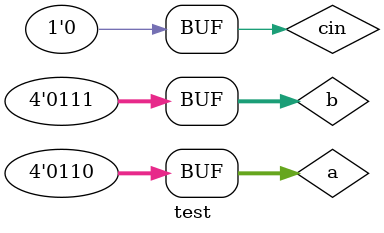
<source format=v>
`timescale 1ns / 1ps


module test;

	// Inputs
	reg [3:0] a;
	reg [3:0] b;
	reg cin;

	// Outputs
	wire [4:0] sum;

	// Instantiate the Unit Under Test (UUT)
	FourBitAdder uut (
		.a(a), 
		.b(b), 
		.cin(cin), 
		.sum(sum)
	);

	initial begin
		// Initialize Inputs
		a = 0;
		b = 0;
		cin = 0;

		// Wait 100 ns for global reset to finish
		#100;
		// Initialize Inputs
		a = 10;
		b = 2;
		cin = 1;

		// Wait 100 ns for global reset to finish
		#100;
		// Initialize Inputs
		a = 8;
		b = 3;
		cin = 1;

		// Wait 100 ns for global reset to finish
		#100;
		// Initialize Inputs
		a = 6;
		b = 7;
		cin = 0;

		// Wait 100 ns for global reset to finish
		#100;
        
		// Add stimulus here

	end
      
endmodule


</source>
